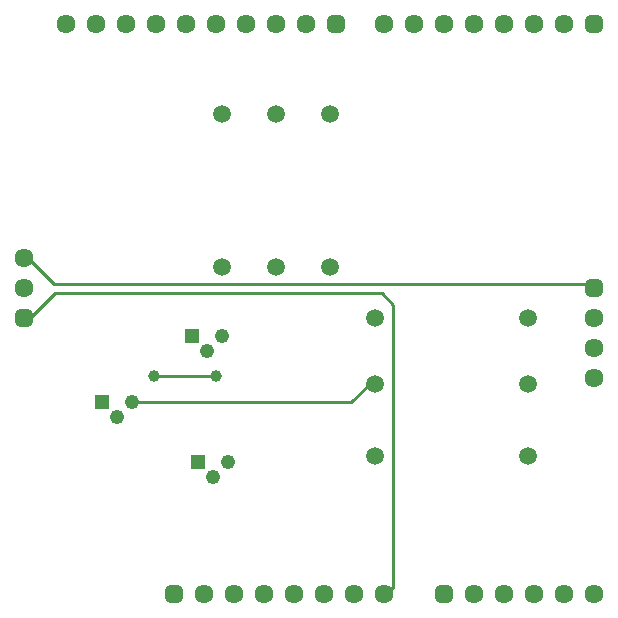
<source format=gbr>
G04 Generated by Ultiboard 14.1 *
%FSLAX34Y34*%
%MOMM*%

%ADD10C,0.0001*%
%ADD11C,0.2540*%
%ADD12C,1.6088*%
%ADD13R,0.5291X0.5291*%
%ADD14C,0.9949*%
%ADD15C,1.2446*%
%ADD16R,1.2446X1.2446*%
%ADD17C,1.5000*%
%ADD18C,1.0000*%


G04 ColorRGB 0000FF for the following layer *
%LNCopper Bottom*%
%LPD*%
G54D10*
G54D11*
X457200Y25400D02*
X461800Y30000D01*
X465000Y30000D01*
X465000Y270000D01*
X262620Y210120D02*
X314880Y210120D01*
X315000Y210000D01*
X262620Y210120D02*
X262500Y210000D01*
X244420Y187380D02*
X243840Y187960D01*
X429056Y187380D02*
X444876Y203200D01*
X429056Y187380D02*
X244420Y187380D01*
X444876Y203200D02*
X449120Y203200D01*
X152400Y261150D02*
X152400Y259080D01*
X157480Y259080D02*
X152400Y259080D01*
X154660Y307620D02*
X152400Y309880D01*
X157500Y307620D02*
X154660Y307620D01*
X634256Y287540D02*
X635000Y286796D01*
X635000Y284480D02*
X635000Y286796D01*
X177580Y287540D02*
X157500Y307620D01*
X634256Y287540D02*
X177580Y287540D01*
X454960Y280040D02*
X178440Y280040D01*
X465000Y270000D02*
X454960Y280040D01*
X178440Y280040D02*
X157480Y259080D01*
G54D12*
X457200Y25400D03*
X330200Y25400D03*
X304800Y25400D03*
X355600Y25400D03*
X406400Y25400D03*
X381000Y25400D03*
X431800Y25400D03*
X533400Y25400D03*
X558800Y25400D03*
X609600Y25400D03*
X584200Y25400D03*
X635000Y25400D03*
X340360Y508000D03*
X365760Y508000D03*
X391160Y508000D03*
X289560Y508000D03*
X314960Y508000D03*
X264160Y508000D03*
X213360Y508000D03*
X238760Y508000D03*
X187960Y508000D03*
X635000Y233680D03*
X635000Y259080D03*
X635000Y208280D03*
X457200Y508000D03*
X584200Y508000D03*
X609600Y508000D03*
X558800Y508000D03*
X508000Y508000D03*
X533400Y508000D03*
X482600Y508000D03*
X152400Y284480D03*
X152400Y309880D03*
G54D13*
X279400Y25400D03*
X508000Y25400D03*
X416560Y508000D03*
X635000Y284480D03*
X635000Y508000D03*
X152400Y259080D03*
G54D14*
X276755Y22755D02*
X282045Y22755D01*
X282045Y28045D01*
X276755Y28045D01*
X276755Y22755D01*D02*
X505355Y22755D02*
X510645Y22755D01*
X510645Y28045D01*
X505355Y28045D01*
X505355Y22755D01*D02*
X413915Y505355D02*
X419205Y505355D01*
X419205Y510645D01*
X413915Y510645D01*
X413915Y505355D01*D02*
X632355Y281835D02*
X637645Y281835D01*
X637645Y287125D01*
X632355Y287125D01*
X632355Y281835D01*D02*
X632355Y505355D02*
X637645Y505355D01*
X637645Y510645D01*
X632355Y510645D01*
X632355Y505355D01*D02*
X149755Y256435D02*
X155045Y256435D01*
X155045Y261725D01*
X149755Y261725D01*
X149755Y256435D01*D02*
G54D15*
X325120Y137160D03*
X312420Y124460D03*
X243840Y187960D03*
X231140Y175260D03*
X320040Y243840D03*
X307340Y231140D03*
G54D16*
X299720Y137160D03*
X218440Y187960D03*
X294640Y243840D03*
G54D17*
X411480Y301800D03*
X411480Y431800D03*
X365760Y301800D03*
X365760Y431800D03*
X320040Y301800D03*
X320040Y431800D03*
X449120Y203200D03*
X579120Y203200D03*
X449120Y259080D03*
X579120Y259080D03*
X449120Y142240D03*
X579120Y142240D03*
G54D18*
X262500Y210000D03*
X315000Y210000D03*

M02*

</source>
